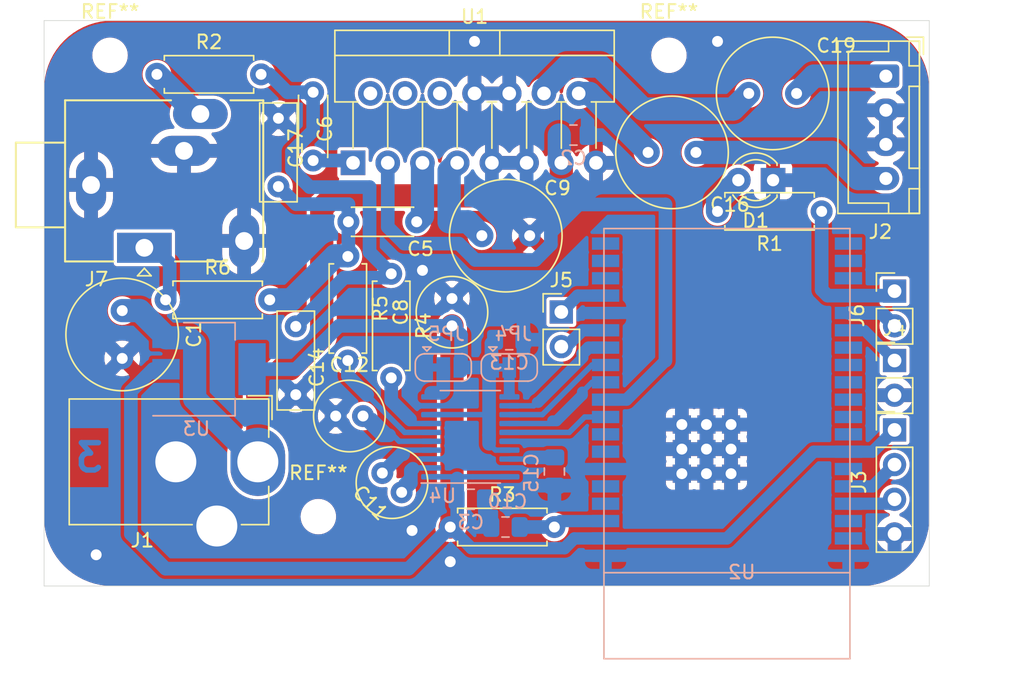
<source format=kicad_pcb>
(kicad_pcb (version 20211014) (generator pcbnew)
  (layers (0 "F.Cu" signal) (31 "B.Cu" signal) (34 "B.Paste" user) (35 "F.Paste" user) (36 "B.SilkS" user "B.Silkscreen") (37 "F.SilkS" user "F.Silkscreen") (38 "B.Mask" user) (39 "F.Mask" user) (44 "Edge.Cuts" user))
  (net 0 "")
  (net 1 "GND")
  (net 2 "+12V")
  (net 3 "Net-(C5-Pad1)")
  (net 4 "Net-(C6-Pad1)")
  (net 5 "+3V3")
  (net 6 "Net-(C10-Pad1)")
  (net 7 "Net-(C11-Pad2)")
  (net 8 "Net-(C11-Pad1)")
  (net 9 "Net-(C15-Pad1)")
  (net 10 "Net-(J3-Pad3)")
  (net 11 "Net-(J3-Pad2)")
  (net 12 "Net-(C9-Pad1)")
  (net 13 "Net-(C16-Pad1)")
  (net 14 "Net-(C19-Pad1)")
  (net 15 "Net-(D1-Pad2)")
  (net 16 "/PCM5100/OUTR")
  (net 17 "Net-(R4-Pad2)")
  (net 18 "Net-(R5-Pad2)")
  (net 19 "Net-(C12-Pad2)")
  (net 20 "Net-(JP4-Pad2)")
  (net 21 "Net-(JP5-Pad2)")
  (net 22 "Net-(J4-Pad1)")
  (net 23 "Net-(J6-Pad2)")
  (net 24 "Net-(J6-Pad1)")
  (net 25 "/TDA7496/ROUT")
  (net 26 "/TDA7496/LOUT")
  (net 27 "/PCM5100/OUTL")
  (net 28 "/ESP32/VOL")
  (net 30 "Net-(J5-Pad2)")
  (net 31 "Net-(J5-Pad1)")
  (net 53 "Net-(J7-PadT)")
  (net 54 "Net-(J7-PadR)")
  (net 55 "/ESP32/LRCK")
  (net 56 "/ESP32/DOUT")
  (net 57 "/ESP32/BCK")
  (net 58 "/ESP32/SCK")
  (footprint "Connector_JST:JST_XH_B4B-XH-A_1x04_P2.50mm_Vertical" (layer "F.Cu") (at 155.123 89.408 -90)
    (fp_text reference "J2" (at 11.4 0.4 180) (layer "F.SilkS"))
    (fp_text value "SPEAKER")
    (pad "1" thru_hole roundrect locked (at 0 0 270) (size 1.7 1.95) (drill 0.95) (layers *.Cu *.Mask) (roundrect_rratio 0.1470588235) (net 26 "/TDA7496/LOUT"))
    (pad "2" thru_hole oval locked (at 2.5 0 270) (size 1.7 1.95) (drill 0.95) (layers *.Cu *.Mask) (net 1 "GND"))
    (pad "3" thru_hole oval locked (at 5 0 270) (size 1.7 1.95) (drill 0.95) (layers *.Cu *.Mask) (net 1 "GND"))
    (pad "4" thru_hole oval locked (at 7.5 0 270) (size 1.7 1.95) (drill 0.95) (layers *.Cu *.Mask) (net 25 "/TDA7496/ROUT"))
  )
  (footprint "Capacitor_THT:C_Radial_D8.0mm_H11.5mm_P3.50mm" (layer "F.Cu") (at 145.09 90.678)
    (fp_text reference "C19" (at 6.4 -3.5) (layer "F.SilkS"))
    (fp_text value "470uF")
    (pad "1" thru_hole circle locked (at 0 0) (size 1.6 1.6) (drill 0.8) (layers *.Cu *.Mask) (net 14 "Net-(C19-Pad1)"))
    (pad "2" thru_hole circle locked (at 3.5 0) (size 1.6 1.6) (drill 0.8) (layers *.Cu *.Mask) (net 26 "/TDA7496/LOUT"))
  )
  (footprint "Resistor_THT:R_Axial_DIN0207_L6.3mm_D2.5mm_P7.62mm_Horizontal" (layer "F.Cu") (at 115.753 102.616 -90)
    (fp_text reference "R5" (at 3.81 -2.37 90) (layer "F.SilkS"))
    (fp_text value "470")
    (pad "1" thru_hole circle locked (at 0 0 270) (size 1.6 1.6) (drill 0.8) (layers *.Cu *.Mask) (net 27 "/PCM5100/OUTL"))
    (pad "2" thru_hole oval locked (at 7.62 0 270) (size 1.6 1.6) (drill 0.8) (layers *.Cu *.Mask) (net 18 "Net-(R5-Pad2)"))
  )
  (footprint "Resistor_THT:R_Axial_DIN0207_L6.3mm_D2.5mm_P7.62mm_Horizontal" (layer "F.Cu") (at 123.246 122.428)
    (fp_text reference "R3" (at 3.81 -2.37) (layer "F.SilkS"))
    (fp_text value "10k")
    (pad "1" thru_hole circle locked (at 0 0) (size 1.6 1.6) (drill 0.8) (layers *.Cu *.Mask) (net 5 "+3V3"))
    (pad "2" thru_hole oval locked (at 7.62 0) (size 1.6 1.6) (drill 0.8) (layers *.Cu *.Mask) (net 6 "Net-(C10-Pad1)"))
  )
  (footprint "Resistor_THT:R_Axial_DIN0207_L6.3mm_D2.5mm_P7.62mm_Horizontal" (layer "F.Cu") (at 150.424 99.314 180)
    (fp_text reference "R1" (at 3.81 -2.37) (layer "F.SilkS"))
    (fp_text value "470")
    (pad "1" thru_hole circle locked (at 0 0 180) (size 1.6 1.6) (drill 0.8) (layers *.Cu *.Mask) (net 24 "Net-(J6-Pad1)"))
    (pad "2" thru_hole oval locked (at 7.62 0 180) (size 1.6 1.6) (drill 0.8) (layers *.Cu *.Mask) (net 15 "Net-(D1-Pad2)"))
  )
  (footprint "LED_THT:LED_D3.0mm" (layer "F.Cu") (at 146.868 97.028 180)
    (fp_text reference "D1" (at 1.27 -2.96) (layer "F.SilkS"))
    (fp_text value "LED")
    (pad "1" thru_hole rect locked (at 0 0 180) (size 1.8 1.8) (drill 0.9) (layers *.Cu *.Mask) (net 1 "GND"))
    (pad "2" thru_hole circle locked (at 2.54 0 180) (size 1.8 1.8) (drill 0.9) (layers *.Cu *.Mask) (net 15 "Net-(D1-Pad2)"))
  )
  (footprint "Connector_PinHeader_2.54mm:PinHeader_1x04_P2.54mm_Vertical" (layer "F.Cu") (at 155.758 115.316)
    (fp_text reference "J3" (at -2.6 3.82 90) (layer "F.SilkS"))
    (fp_text value "UART")
    (pad "1" thru_hole rect locked (at 0 0) (size 1.7 1.7) (drill 1) (layers *.Cu *.Mask) (net 5 "+3V3"))
    (pad "2" thru_hole oval locked (at 0 2.54) (size 1.7 1.7) (drill 1) (layers *.Cu *.Mask) (net 11 "Net-(J3-Pad2)"))
    (pad "3" thru_hole oval locked (at 0 5.08) (size 1.7 1.7) (drill 1) (layers *.Cu *.Mask) (net 10 "Net-(J3-Pad3)"))
    (pad "4" thru_hole oval locked (at 0 7.62) (size 1.7 1.7) (drill 1) (layers *.Cu *.Mask) (net 1 "GND"))
  )
  (footprint "Connector_PinHeader_2.54mm:PinHeader_1x02_P2.54mm_Vertical" (layer "F.Cu") (at 155.758 110.236)
    (fp_text reference "J4" (at 0 -2.33) (layer "F.SilkS"))
    (fp_text value "BOOT_OPT")
    (pad "1" thru_hole rect locked (at 0 0) (size 1.7 1.7) (drill 1) (layers *.Cu *.Mask) (net 22 "Net-(J4-Pad1)"))
    (pad "2" thru_hole oval locked (at 0 2.54) (size 1.7 1.7) (drill 1) (layers *.Cu *.Mask) (net 1 "GND"))
  )
  (footprint "Capacitor_THT:C_Rect_L7.0mm_W2.5mm_P5.00mm" (layer "F.Cu") (at 110.673 97.496 90)
    (fp_text reference "C17" (at 2.802 1.264 90) (layer "F.SilkS"))
    (fp_text value "2.2nF")
    (pad "1" thru_hole circle locked (at 0 0 90) (size 1.6 1.6) (drill 0.8) (layers *.Cu *.Mask) (net 27 "/PCM5100/OUTL"))
    (pad "2" thru_hole circle locked (at 5 0 90) (size 1.6 1.6) (drill 0.8) (layers *.Cu *.Mask) (net 1 "GND"))
  )
  (footprint "Capacitor_THT:C_Disc_D4.3mm_W1.9mm_P5.00mm" (layer "F.Cu") (at 113.213 95.591 90)
    (fp_text reference "C6" (at 2.322 0.864 90) (layer "F.SilkS"))
    (fp_text value "0.47uF")
    (pad "1" thru_hole circle locked (at 0 0 90) (size 1.6 1.6) (drill 0.8) (layers *.Cu *.Mask) (net 4 "Net-(C6-Pad1)"))
    (pad "2" thru_hole circle locked (at 5 0 90) (size 1.6 1.6) (drill 0.8) (layers *.Cu *.Mask) (net 16 "/PCM5100/OUTR"))
  )
  (footprint "Capacitor_THT:C_Radial_D8.0mm_H11.5mm_P3.50mm" (layer "F.Cu") (at 99.243 106.581 -90)
    (fp_text reference "C1" (at 1.75 -5.25 90) (layer "F.SilkS"))
    (fp_text value "470uF x 16V")
    (pad "1" thru_hole circle locked (at 0 0 270) (size 1.6 1.6) (drill 0.8) (layers *.Cu *.Mask) (net 2 "+12V"))
    (pad "2" thru_hole circle locked (at 3.5 0 270) (size 1.6 1.6) (drill 0.8) (layers *.Cu *.Mask) (net 1 "GND"))
  )
  (footprint "Package_TO_SOT_THT:TO-220-15_P2.54x2.54mm_StaggerOdd_Lead4.58mm_Vertical" (layer "F.Cu") (at 116.134 95.758)
    (fp_text reference "U1" (at 8.89 -10.7) (layer "F.SilkS"))
    (fp_text value "TDA7496")
    (pad "1" thru_hole rect locked (at 0 0) (size 1.8 1.8) (drill 1) (layers *.Cu *.Mask) (net 4 "Net-(C6-Pad1)"))
    (pad "2" thru_hole oval locked (at 1.27 -5.08) (size 1.8 1.8) (drill 1) (layers *.Cu *.Mask))
    (pad "3" thru_hole oval locked (at 2.54 0) (size 1.8 1.8) (drill 1) (layers *.Cu *.Mask) (net 28 "/ESP32/VOL"))
    (pad "4" thru_hole oval locked (at 3.81 -5.08) (size 1.8 1.8) (drill 1) (layers *.Cu *.Mask))
    (pad "5" thru_hole oval locked (at 5.08 0) (size 1.8 1.8) (drill 1) (layers *.Cu *.Mask) (net 3 "Net-(C5-Pad1)"))
    (pad "6" thru_hole oval locked (at 6.35 -5.08) (size 1.8 1.8) (drill 1) (layers *.Cu *.Mask))
    (pad "7" thru_hole oval locked (at 7.62 0) (size 1.8 1.8) (drill 1) (layers *.Cu *.Mask) (net 12 "Net-(C9-Pad1)"))
    (pad "8" thru_hole oval locked (at 8.89 -5.08) (size 1.8 1.8) (drill 1) (layers *.Cu *.Mask) (net 1 "GND"))
    (pad "9" thru_hole oval locked (at 10.16 0) (size 1.8 1.8) (drill 1) (layers *.Cu *.Mask) (net 1 "GND"))
    (pad "10" thru_hole oval locked (at 11.43 -5.08) (size 1.8 1.8) (drill 1) (layers *.Cu *.Mask) (net 1 "GND"))
    (pad "11" thru_hole oval locked (at 12.7 0) (size 1.8 1.8) (drill 1) (layers *.Cu *.Mask) (net 1 "GND"))
    (pad "12" thru_hole oval locked (at 13.97 -5.08) (size 1.8 1.8) (drill 1) (layers *.Cu *.Mask) (net 14 "Net-(C19-Pad1)"))
    (pad "13" thru_hole oval locked (at 15.24 0) (size 1.8 1.8) (drill 1) (layers *.Cu *.Mask) (net 2 "+12V"))
    (pad "14" thru_hole oval locked (at 16.51 -5.08) (size 1.8 1.8) (drill 1) (layers *.Cu *.Mask) (net 13 "Net-(C16-Pad1)"))
    (pad "15" thru_hole oval locked (at 17.78 0) (size 1.8 1.8) (drill 1) (layers *.Cu *.Mask) (net 1 "GND"))
  )
  (footprint "Capacitor_THT:C_Disc_D4.3mm_W1.9mm_P5.00mm" (layer "F.Cu") (at 120.793 100.076 180)
    (fp_text reference "C5" (at -0.278 -1.986) (layer "F.SilkS"))
    (fp_text value "0.47uF")
    (pad "1" thru_hole circle locked (at 0 0 180) (size 1.6 1.6) (drill 0.8) (layers *.Cu *.Mask) (net 3 "Net-(C5-Pad1)"))
    (pad "2" thru_hole circle locked (at 5 0 180) (size 1.6 1.6) (drill 0.8) (layers *.Cu *.Mask) (net 27 "/PCM5100/OUTL"))
  )
  (footprint "MountingHole:MountingHole_2.1mm" (layer "F.Cu") (at 139.248 87.884)
    (fp_text reference "REF**" (at 0 -3.2) (layer "F.SilkS"))
    (fp_text value "MountingHole_2.1mm")
    (pad "" np_thru_hole circle locked (at 0 0) (size 2.1 2.1) (drill 2.1) (layers *.Cu *.Mask))
  )
  (footprint "Capacitor_THT:C_Radial_D5.0mm_H11.0mm_P2.00mm" (layer "F.Cu") (at 119.69 119.888 135)
    (fp_text reference "C11" (at 1.077631 -2.155261 135) (layer "F.SilkS"))
    (fp_text value "2.2u")
    (pad "1" thru_hole circle locked (at 0 0 135) (size 1.6 1.6) (drill 0.8) (layers *.Cu *.Mask) (net 8 "Net-(C11-Pad1)"))
    (pad "2" thru_hole circle locked (at 2 0 135) (size 1.6 1.6) (drill 0.8) (layers *.Cu *.Mask) (net 7 "Net-(C11-Pad2)"))
  )
  (footprint "Resistor_THT:R_Axial_DIN0207_L6.3mm_D2.5mm_P7.62mm_Horizontal" (layer "F.Cu") (at 118.928 103.886 -90)
    (fp_text reference "R4" (at 3.81 -2.37 90) (layer "F.SilkS"))
    (fp_text value "470")
    (pad "1" thru_hole circle locked (at 0 0 270) (size 1.6 1.6) (drill 0.8) (layers *.Cu *.Mask) (net 16 "/PCM5100/OUTR"))
    (pad "2" thru_hole oval locked (at 7.62 0 270) (size 1.6 1.6) (drill 0.8) (layers *.Cu *.Mask) (net 17 "Net-(R4-Pad2)"))
  )
  (footprint "Capacitor_THT:C_Radial_D5.0mm_H11.0mm_P2.00mm" (layer "F.Cu") (at 123.373 107.696 90)
    (fp_text reference "C8" (at 1 -3.75 90) (layer "F.SilkS"))
    (fp_text value "50uF")
    (pad "1" thru_hole circle locked (at 0 0 90) (size 1.6 1.6) (drill 0.8) (layers *.Cu *.Mask) (net 5 "+3V3"))
    (pad "2" thru_hole circle locked (at 2 0 90) (size 1.6 1.6) (drill 0.8) (layers *.Cu *.Mask) (net 1 "GND"))
  )
  (footprint "Capacitor_THT:C_Radial_D8.0mm_H11.5mm_P3.50mm" (layer "F.Cu") (at 137.724 94.996)
    (fp_text reference "C16" (at 5.986 3.822) (layer "F.SilkS"))
    (fp_text value "470uF")
    (pad "1" thru_hole circle locked (at 0 0) (size 1.6 1.6) (drill 0.8) (layers *.Cu *.Mask) (net 13 "Net-(C16-Pad1)"))
    (pad "2" thru_hole circle locked (at 3.5 0) (size 1.6 1.6) (drill 0.8) (layers *.Cu *.Mask) (net 25 "/TDA7496/ROUT"))
  )
  (footprint "Capacitor_THT:C_Rect_L7.0mm_W2.5mm_P5.00mm" (layer "F.Cu") (at 111.943 107.736 -90)
    (fp_text reference "C14" (at 3.002 -1.536 90) (layer "F.SilkS"))
    (fp_text value "2.2nF")
    (pad "1" thru_hole circle locked (at 0 0 270) (size 1.6 1.6) (drill 0.8) (layers *.Cu *.Mask) (net 16 "/PCM5100/OUTR"))
    (pad "2" thru_hole circle locked (at 5 0 270) (size 1.6 1.6) (drill 0.8) (layers *.Cu *.Mask) (net 1 "GND"))
  )
  (footprint "Capacitor_THT:C_Radial_D5.0mm_H11.0mm_P2.00mm" (layer "F.Cu") (at 114.864 114.3)
    (fp_text reference "C12" (at 1 -3.75) (layer "F.SilkS"))
    (fp_text value "2.2u")
    (pad "1" thru_hole circle locked (at 0 0) (size 1.6 1.6) (drill 0.8) (layers *.Cu *.Mask) (net 1 "GND"))
    (pad "2" thru_hole circle locked (at 2 0) (size 1.6 1.6) (drill 0.8) (layers *.Cu *.Mask) (net 19 "Net-(C12-Pad2)"))
  )
  (footprint "Connector_BarrelJack:BarrelJack_CUI_PJ-102AH_Horizontal" (layer "F.Cu") (at 109.1655 117.6535 -90)
    (fp_text reference "J1" (at 5.75 8.45) (layer "F.SilkS"))
    (fp_text value "12v")
    (pad "1" thru_hole roundrect locked (at 0 0 270) (size 5 4) (drill 3) (layers *.Cu *.Mask) (roundrect_rratio 0.5) (net 2 "+12V"))
    (pad "2" thru_hole roundrect locked (at 0 6 270) (size 5 4) (drill 3) (layers *.Cu *.Mask) (roundrect_rratio 0.5) (net 1 "GND"))
    (pad "3" thru_hole roundrect locked (at 4.7 3 270) (size 4 5) (drill 3) (layers *.Cu *.Mask) (roundrect_rratio 0.5) (net 1 "GND"))
  )
  (footprint "Connector_PinHeader_2.54mm:PinHeader_1x02_P2.54mm_Vertical" (layer "F.Cu") (at 131.374 106.68)
    (fp_text reference "J5" (at 0 -2.33) (layer "F.SilkS"))
    (fp_text value "Conn_01x02")
    (pad "1" thru_hole rect locked (at 0 0) (size 1.7 1.7) (drill 1) (layers *.Cu *.Mask) (net 31 "Net-(J5-Pad1)"))
    (pad "2" thru_hole oval locked (at 0 2.54) (size 1.7 1.7) (drill 1) (layers *.Cu *.Mask) (net 30 "Net-(J5-Pad2)"))
  )
  (footprint "Capacitor_THT:C_Radial_D8.0mm_H11.5mm_P3.50mm" (layer "F.Cu") (at 125.56 101.092)
    (fp_text reference "C9" (at 5.536 -3.478) (layer "F.SilkS"))
    (fp_text value "470uF")
    (pad "1" thru_hole circle locked (at 0 0) (size 1.6 1.6) (drill 0.8) (layers *.Cu *.Mask) (net 12 "Net-(C9-Pad1)"))
    (pad "2" thru_hole circle locked (at 3.5 0) (size 1.6 1.6) (drill 0.8) (layers *.Cu *.Mask) (net 1 "GND"))
  )
  (footprint "Connector_PinHeader_2.54mm:PinHeader_1x02_P2.54mm_Vertical" (layer "F.Cu") (at 155.758 105.156)
    (fp_text reference "J6" (at -2.7432 1.778 90) (layer "F.SilkS"))
    (fp_text value "EXTRA")
    (pad "1" thru_hole rect locked (at 0 0) (size 1.7 1.7) (drill 1) (layers *.Cu *.Mask) (net 24 "Net-(J6-Pad1)"))
    (pad "2" thru_hole oval locked (at 0 2.54) (size 1.7 1.7) (drill 1) (layers *.Cu *.Mask) (net 23 "Net-(J6-Pad2)"))
  )
  (footprint "MountingHole:MountingHole_2.1mm" (layer "F.Cu") (at 113.594 121.666)
    (fp_text reference "REF**" (at 0 -3.2) (layer "F.SilkS"))
    (fp_text value "MountingHole_2.1mm")
    (pad "" np_thru_hole circle locked (at 0 0) (size 2.1 2.1) (drill 2.1) (layers *.Cu *.Mask))
  )
  (footprint "MountingHole:MountingHole_2.1mm" (layer "F.Cu") (at 98.354 87.884)
    (fp_text reference "REF**" (at 0 -3.2) (layer "F.SilkS"))
    (fp_text value "MountingHole_2.1mm")
    (pad "" np_thru_hole circle locked (at 0 0) (size 2.1 2.1) (drill 2.1) (layers *.Cu *.Mask))
  )
  (footprint "Connector_Audio:Jack_3.5mm_Ledino_KB3SPRS_Horizontal" (layer "F.Cu") (at 100.863 101.981)
    (fp_text reference "J7" (at -3.5 2.3) (layer "F.SilkS"))
    (fp_text value "AudioJack3")
    (pad "R" thru_hole oval (at 4.1 -9.8) (size 4 2.2) (drill 1.3) (layers *.Cu *.Mask) (net 54 "Net-(J7-PadR)"))
    (pad "RN" thru_hole oval (at 2.9 -7.1) (size 4 2.2) (drill 1.3) (layers *.Cu *.Mask) (net 1 "GND"))
    (pad "S" thru_hole oval (at -3.9 -4.6) (size 2.2 4) (drill 1.3) (layers *.Cu *.Mask) (net 1 "GND"))
    (pad "T" thru_hole rect (at 0 0) (size 4 2.2) (drill 1.3) (layers *.Cu *.Mask) (net 53 "Net-(J7-PadT)"))
    (pad "TN" thru_hole oval (at 7.3 -0.5 90) (size 4 2.2) (drill 1.3) (layers *.Cu *.Mask) (net 1 "GND"))
  )
  (footprint "Resistor_THT:R_Axial_DIN0207_L6.3mm_D2.5mm_P7.62mm_Horizontal" (layer "F.Cu") (at 102.418 105.791)
    (fp_text reference "R6" (at 3.81 -2.37) (layer "F.SilkS"))
    (fp_text value "470")
    (pad "1" thru_hole circle (at 0 0) (size 1.6 1.6) (drill 0.8) (layers *.Cu *.Mask) (net 53 "Net-(J7-PadT)"))
    (pad "2" thru_hole oval (at 7.62 0) (size 1.6 1.6) (drill 0.8) (layers *.Cu *.Mask) (net 27 "/PCM5100/OUTL"))
  )
  (footprint "Resistor_THT:R_Axial_DIN0207_L6.3mm_D2.5mm_P7.62mm_Horizontal" (layer "F.Cu") (at 101.783 89.281)
    (fp_text reference "R2" (at 3.81 -2.37) (layer "F.SilkS"))
    (fp_text value "470")
    (pad "1" thru_hole circle (at 0 0) (size 1.6 1.6) (drill 0.8) (layers *.Cu *.Mask) (net 54 "Net-(J7-PadR)"))
    (pad "2" thru_hole oval (at 7.62 0) (size 1.6 1.6) (drill 0.8) (layers *.Cu *.Mask) (net 16 "/PCM5100/OUTR"))
  )
  (footprint "Capacitor_SMD:C_0805_2012Metric_Pad1.18x1.45mm_HandSolder" (layer "B.Cu") (at 130.866 118.364 -90)
    (fp_text reference "C15" (at 0.1 1.68 90) (layer "B.SilkS") (effects (justify mirror)))
    (fp_text value "0.1u")
    (pad "1" smd roundrect locked (at -1.0375 0 270) (size 1.175 1.45) (layers "B.Cu" "B.Paste" "B.Mask") (roundrect_rratio 0.2127659574) (net 9 "Net-(C15-Pad1)"))
    (pad "2" smd roundrect locked (at 1.0375 0 270) (size 1.175 1.45) (layers "B.Cu" "B.Paste" "B.Mask") (roundrect_rratio 0.2127659574) (net 1 "GND"))
  )
  (footprint "Package_SO:TSSOP-20_4.4x6.5mm_P0.65mm" (layer "B.Cu") (at 124.714 115.824)
    (fp_text reference "U4" (at -2.032 4.318) (layer "B.SilkS") (effects (justify mirror)))
    (fp_text value "PCM5100")
    (pad "1" smd roundrect locked (at -2.8625 2.925) (size 1.475 0.4) (layers "B.Cu" "B.Paste" "B.Mask") (net 5 "+3V3"))
    (pad "2" smd roundrect locked (at -2.8625 2.275) (size 1.475 0.4) (layers "B.Cu" "B.Paste" "B.Mask") (net 8 "Net-(C11-Pad1)"))
    (pad "3" smd roundrect locked (at -2.8625 1.625) (size 1.475 0.4) (layers "B.Cu" "B.Paste" "B.Mask") (net 1 "GND"))
    (pad "4" smd roundrect locked (at -2.8625 0.975) (size 1.475 0.4) (layers "B.Cu" "B.Paste" "B.Mask") (net 7 "Net-(C11-Pad2)"))
    (pad "5" smd roundrect locked (at -2.8625 0.325) (size 1.475 0.4) (layers "B.Cu" "B.Paste" "B.Mask") (net 19 "Net-(C12-Pad2)"))
    (pad "6" smd roundrect locked (at -2.8625 -0.325) (size 1.475 0.4) (layers "B.Cu" "B.Paste" "B.Mask") (net 18 "Net-(R5-Pad2)"))
    (pad "7" smd roundrect locked (at -2.8625 -0.975) (size 1.475 0.4) (layers "B.Cu" "B.Paste" "B.Mask") (net 17 "Net-(R4-Pad2)"))
    (pad "8" smd roundrect locked (at -2.8625 -1.625) (size 1.475 0.4) (layers "B.Cu" "B.Paste" "B.Mask") (net 5 "+3V3"))
    (pad "9" smd roundrect locked (at -2.8625 -2.275) (size 1.475 0.4) (layers "B.Cu" "B.Paste" "B.Mask") (net 1 "GND"))
    (pad "10" smd roundrect locked (at -2.8625 -2.925) (size 1.475 0.4) (layers "B.Cu" "B.Paste" "B.Mask") (net 21 "Net-(JP5-Pad2)"))
    (pad "11" smd roundrect locked (at 2.8625 -2.925) (size 1.475 0.4) (layers "B.Cu" "B.Paste" "B.Mask") (net 20 "Net-(JP4-Pad2)"))
    (pad "12" smd roundrect locked (at 2.8625 -2.275) (size 1.475 0.4) (layers "B.Cu" "B.Paste" "B.Mask") (net 58 "/ESP32/SCK"))
    (pad "13" smd roundrect locked (at 2.8625 -1.625) (size 1.475 0.4) (layers "B.Cu" "B.Paste" "B.Mask") (net 57 "/ESP32/BCK"))
    (pad "14" smd roundrect locked (at 2.8625 -0.975) (size 1.475 0.4) (layers "B.Cu" "B.Paste" "B.Mask") (net 56 "/ESP32/DOUT"))
    (pad "15" smd roundrect locked (at 2.8625 -0.325) (size 1.475 0.4) (layers "B.Cu" "B.Paste" "B.Mask") (net 55 "/ESP32/LRCK"))
    (pad "16" smd roundrect locked (at 2.8625 0.325) (size 1.475 0.4) (layers "B.Cu" "B.Paste" "B.Mask") (net 1 "GND"))
    (pad "17" smd roundrect locked (at 2.8625 0.975) (size 1.475 0.4) (layers "B.Cu" "B.Paste" "B.Mask") (net 5 "+3V3"))
    (pad "18" smd roundrect locked (at 2.8625 1.625) (size 1.475 0.4) (layers "B.Cu" "B.Paste" "B.Mask") (net 9 "Net-(C15-Pad1)"))
    (pad "19" smd roundrect locked (at 2.8625 2.275) (size 1.475 0.4) (layers "B.Cu" "B.Paste" "B.Mask") (net 1 "GND"))
    (pad "20" smd roundrect locked (at 2.8625 2.925) (size 1.475 0.4) (layers "B.Cu" "B.Paste" "B.Mask") (net 5 "+3V3"))
  )
  (footprint "Capacitor_SMD:C_0805_2012Metric_Pad1.18x1.45mm_HandSolder" (layer "B.Cu") (at 127.2885 122.428 180)
    (fp_text reference "C10" (at -0.146 1.872) (layer "B.SilkS") (effects (justify mirror)))
    (fp_text value "0.1u")
    (pad "1" smd roundrect locked (at -1.0375 0 180) (size 1.175 1.45) (layers "B.Cu" "B.Paste" "B.Mask") (roundrect_rratio 0.2127659574) (net 6 "Net-(C10-Pad1)"))
    (pad "2" smd roundrect locked (at 1.0375 0 180) (size 1.175 1.45) (layers "B.Cu" "B.Paste" "B.Mask") (roundrect_rratio 0.2127659574) (net 1 "GND"))
  )
  (footprint "esp32-wrover:ESP32-WROVER(EDIT)" (layer "B.Cu") (at 144.494 127.072)
    (fp_text reference "U2" (at 0.088 -1.342) (layer "B.SilkS") (effects (justify mirror)))
    (fp_text value "ESP32-WROVER_E" hide)
    (pad "1" smd rect locked (at -9.881 -2.54) (size 2 0.9) (layers "B.Cu" "B.Paste" "B.Mask") (net 1 "GND"))
    (pad "2" smd rect locked (at -9.881 -3.81) (size 2 0.9) (layers "B.Cu" "B.Paste" "B.Mask") (net 5 "+3V3"))
    (pad "3" smd rect locked (at -9.881 -5.08) (size 2 0.9) (layers "B.Cu" "B.Paste" "B.Mask") (net 6 "Net-(C10-Pad1)"))
    (pad "4" smd rect locked (at -9.881 -6.35) (size 2 0.9) (layers "B.Cu" "B.Paste" "B.Mask"))
    (pad "5" smd rect locked (at -9.881 -7.62) (size 2 0.9) (layers "B.Cu" "B.Paste" "B.Mask"))
    (pad "6" smd rect locked (at -9.881 -8.89) (size 2 0.9) (layers "B.Cu" "B.Paste" "B.Mask") (net 1 "GND"))
    (pad "7" smd rect locked (at -9.881 -10.16) (size 2 0.9) (layers "B.Cu" "B.Paste" "B.Mask"))
    (pad "8" smd rect locked (at -9.881 -11.43) (size 2 0.9) (layers "B.Cu" "B.Paste" "B.Mask"))
    (pad "9" smd rect locked (at -9.881 -12.7) (size 2 0.9) (layers "B.Cu" "B.Paste" "B.Mask") (net 55 "/ESP32/LRCK"))
    (pad "10" smd rect locked (at -9.881 -13.97) (size 2 0.9) (layers "B.Cu" "B.Paste" "B.Mask") (net 28 "/ESP32/VOL"))
    (pad "11" smd rect locked (at -9.881 -15.24) (size 2 0.9) (layers "B.Cu" "B.Paste" "B.Mask") (net 56 "/ESP32/DOUT"))
    (pad "12" smd rect locked (at -9.881 -16.51) (size 2 0.9) (layers "B.Cu" "B.Paste" "B.Mask") (net 57 "/ESP32/BCK"))
    (pad "13" smd rect locked (at -9.881 -17.78) (size 2 0.9) (layers "B.Cu" "B.Paste" "B.Mask") (net 58 "/ESP32/SCK"))
    (pad "14" smd rect locked (at -9.881 -19.05) (size 2 0.9) (layers "B.Cu" "B.Paste" "B.Mask") (net 30 "Net-(J5-Pad2)"))
    (pad "15" smd rect locked (at -9.881 -20.32) (size 2 0.9) (layers "B.Cu" "B.Paste" "B.Mask") (net 1 "GND"))
    (pad "16" smd rect locked (at -9.881 -21.59) (size 2 0.9) (layers "B.Cu" "B.Paste" "B.Mask") (net 31 "Net-(J5-Pad1)"))
    (pad "17" smd rect locked (at -9.881 -22.86) (size 2 0.9) (layers "B.Cu" "B.Paste" "B.Mask"))
    (pad "18" smd rect locked (at -9.881 -24.13) (size 2 0.9) (layers "B.Cu" "B.Paste" "B.Mask"))
    (pad "19" smd rect locked (at -9.881 -25.4) (size 2 0.9) (layers "B.Cu" "B.Paste" "B.Mask"))
    (pad "20" smd rect locked (at 7.891 -25.4) (size 2 0.9) (layers "B.Cu" "B.Paste" "B.Mask"))
    (pad "21" smd rect locked (at 7.891 -24.13) (size 2 0.9) (layers "B.Cu" "B.Paste" "B.Mask"))
    (pad "22" smd rect locked (at 7.891 -22.86) (size 2 0.9) (layers "B.Cu" "B.Paste" "B.Mask"))
    (pad "23" smd rect locked (at 7.891 -21.59) (size 2 0.9) (layers "B.Cu" "B.Paste" "B.Mask") (net 24 "Net-(J6-Pad1)"))
    (pad "24" smd rect locked (at 7.891 -20.32) (size 2 0.9) (layers "B.Cu" "B.Paste" "B.Mask") (net 23 "Net-(J6-Pad2)"))
    (pad "25" smd rect locked (at 7.891 -19.05) (size 2 0.9) (layers "B.Cu" "B.Paste" "B.Mask") (net 22 "Net-(J4-Pad1)"))
    (pad "26" smd rect locked (at 7.891 -17.78) (size 2 0.9) (layers "B.Cu" "B.Paste" "B.Mask"))
    (pad "27" smd rect locked (at 7.891 -16.51) (size 2 0.9) (layers "B.Cu" "B.Paste" "B.Mask"))
    (pad "28" smd rect locked (at 7.891 -15.24) (size 2 0.9) (layers "B.Cu" "B.Paste" "B.Mask"))
    (pad "29" smd rect locked (at 7.891 -13.97) (size 2 0.9) (layers "B.Cu" "B.Paste" "B.Mask"))
    (pad "30" smd rect locked (at 7.891 -12.7) (size 2 0.9) (layers "B.Cu" "B.Paste" "B.Mask"))
    (pad "31" smd rect locked (at 7.891 -11.43) (size 2 0.9) (layers "B.Cu" "B.Paste" "B.Mask"))
    (pad "32" smd rect locked (at 7.891 -10.16) (size 2 0.9) (layers "B.Cu" "B.Paste" "B.Mask"))
    (pad "33" smd rect locked (at 7.891 -8.89) (size 2 0.9) (layers "B.Cu" "B.Paste" "B.Mask"))
    (pad "34" smd rect locked (at 7.891 -7.62) (size 2 0.9) (layers "B.Cu" "B.Paste" "B.Mask") (net 11 "Net-(J3-Pad2)"))
    (pad "35" smd rect locked (at 7.891 -6.35) (size 2 0.9) (layers "B.Cu" "B.Paste" "B.Mask") (net 10 "Net-(J3-Pad3)"))
    (pad "36" smd rect locked (at 7.891 -5.08) (size 2 0.9) (layers "B.Cu" "B.Paste" "B.Mask"))
    (pad "37" smd rect locked (at 7.891 -3.81) (size 2 0.9) (layers "B.Cu" "B.Paste" "B.Mask"))
    (pad "38" smd rect locked (at 7.891 -2.54) (size 2 0.9) (layers "B.Cu" "B.Paste" "B.Mask") (net 1 "GND"))
    (pad "39" thru_hole rect locked (at -2.5 -12.15) (size 1.33 1.33) (drill 0.8) (layers *.Cu *.Mask) (net 1 "GND"))
    (pad "39" thru_hole rect locked (at -0.7 -8.55) (size 1.33 1.33) (drill 0.8) (layers *.Cu *.Mask) (net 1 "GND"))
    (pad "39" thru_hole rect locked (at -0.7 -12.15) (size 1.33 1.33) (drill 0.8) (layers *.Cu *.Mask) (net 1 "GND"))
    (pad "39" thru_hole rect locked (at -2.5 -10.35) (size 1.33 1.33) (drill 0.8) (layers *.Cu *.Mask) (net 1 "GND"))
    (pad "39" thru_hole rect locked (at -0.7 -10.35) (size 1.33 1.33) (drill 0.8) (layers *.Cu *.Mask) (net 1 "GND"))
    (pad "39" thru_hole rect locked (at -4.3 -10.35) (size 1.33 1.33) (drill 0.8) (layers *.Cu *.Mask) (net 1 "GND"))
    (pad "39" thru_hole rect locked (at -2.5 -8.55) (size 1.33 1.33) (drill 0.8) (layers *.Cu *.Mask) (net 1 "GND"))
    (pad "39" thru_hole rect locked (at -4.3 -12.15) (size 1.33 1.33) (drill 0.8) (layers *.Cu *.Mask) (net 1 "GND"))
    (pad "39" thru_hole rect locked (at -4.3 -8.55) (size 1.33 1.33) (drill 0.8) (layers *.Cu *.Mask) (net 1 "GND"))
  )
  (footprint "Package_TO_SOT_SMD:SOT-223-3_TabPin2" (layer "B.Cu") (at 105.593 110.871)
    (fp_text reference "U3" (at -0.917 4.358 180) (layer "B.SilkS") (effects (justify mirror)))
    (fp_text value "AP1117-33")
    (pad "1" smd rect locked (at -3.15 2.3) (size 2 1.5) (layers "B.Cu" "B.Paste" "B.Mask") (net 1 "GND"))
    (pad "2" smd rect locked (at 3.15 0) (size 2 3.8) (layers "B.Cu" "B.Paste" "B.Mask") (net 5 "+3V3"))
    (pad "2" smd rect locked (at -3.15 0) (size 2 1.5) (layers "B.Cu" "B.Paste" "B.Mask") (net 5 "+3V3"))
    (pad "3" smd rect locked (at -3.15 -2.3) (size 2 1.5) (layers "B.Cu" "B.Paste" "B.Mask") (net 2 "+12V"))
  )
  (footprint "Jumper:SolderJumper-3_P1.3mm_Bridged12_RoundedPad1.0x1.5mm" (layer "B.Cu") (at 122.738 110.744)
    (fp_text reference "JP5" (at 0.218 -2.458) (layer "B.SilkS") (effects (justify mirror)))
    (fp_text value "DEMP")
    (fp_poly (pts (xy -0.9 0.3) (xy -0.4 0.3) (xy -0.4 -0.3) (xy -0.9 -0.3)) (layer "B.Cu") (width 0) (fill solid))
    (pad "1" smd custom locked (at -1.3 0) (size 1 0.5) (layers "B.Cu" "B.Mask") (net 1 "GND") (options (clearance outline) (anchor rect)) (primitives (gr_circle (center 0 -0.25) (end 0.5 -0.25) (width 0) (fill yes)) (gr_circle (center 0 0.25) (end 0.5 0.25) (width 0) (fill yes)) (gr_poly (pts (xy 0.55 0.75) (xy 0 0.75) (xy 0 -0.75) (xy 0.55 -0.75)) (width 0) (fill yes))))
    (pad "2" smd rect locked (at 0 0) (size 1 1.5) (layers "B.Cu" "B.Mask") (net 21 "Net-(JP5-Pad2)"))
    (pad "3" smd custom locked (at 1.3 0) (size 1 0.5) (layers "B.Cu" "B.Mask") (net 5 "+3V3") (options (clearance outline) (anchor rect)) (primitives (gr_circle (center 0 -0.25) (end 0.5 -0.25) (width 0) (fill yes)) (gr_circle (center 0 0.25) (end 0.5 0.25) (width 0) (fill yes)) (gr_poly (pts (xy -0.55 0.75) (xy 0 0.75) (xy 0 -0.75) (xy -0.55 -0.75)) (width 0) (fill yes))))
  )
  (footprint "Capacitor_SMD:C_0805_2012Metric_Pad1.18x1.45mm_HandSolder" (layer "B.Cu") (at 127.564 108.712)
    (fp_text reference "C13" (at 0 1.68 180) (layer "B.SilkS") (effects (justify mirror)))
    (fp_text value "0.1u")
    (pad "1" smd roundrect locked (at -1.0375 0) (size 1.175 1.45) (layers "B.Cu" "B.Paste" "B.Mask") (roundrect_rratio 0.2127659574) (net 5 "+3V3"))
    (pad "2" smd roundrect locked (at 1.0375 0) (size 1.175 1.45) (layers "B.Cu" "B.Paste" "B.Mask") (roundrect_rratio 0.2127659574) (net 1 "GND"))
  )
  (footprint "Capacitor_SMD:C_0805_2012Metric_Pad1.18x1.45mm_HandSolder" (layer "B.Cu") (at 132.263 93.726)
    (fp_text reference "C2" (at 0 1.68 180) (layer "B.SilkS") (effects (justify mirror)))
    (fp_text value "0.1u")
    (pad "1" smd roundrect locked (at -1.0375 0) (size 1.175 1.45) (layers "B.Cu" "B.Paste" "B.Mask") (roundrect_rratio 0.2127659574) (net 2 "+12V"))
    (pad "2" smd roundrect locked (at 1.0375 0) (size 1.175 1.45) (layers "B.Cu" "B.Paste" "B.Mask") (roundrect_rratio 0.2127659574) (net 1 "GND"))
  )
  (footprint "Jumper:SolderJumper-3_P1.3mm_Bridged12_RoundedPad1.0x1.5mm" (layer "B.Cu") (at 127.564 110.744)
    (fp_text reference "JP4" (at 0.298 -2.458) (layer "B.SilkS") (effects (justify mirror)))
    (fp_text value "FLT")
    (fp_poly (pts (xy -0.9 0.3) (xy -0.4 0.3) (xy -0.4 -0.3) (xy -0.9 -0.3)) (layer "B.Cu") (width 0) (fill solid))
    (pad "1" smd custom locked (at -1.3 0) (size 1 0.5) (layers "B.Cu" "B.Mask") (net 5 "+3V3") (options (clearance outline) (anchor rect)) (primitives (gr_circle (center 0 -0.25) (end 0.5 -0.25) (width 0) (fill yes)) (gr_circle (center 0 0.25) (end 0.5 0.25) (width 0) (fill yes)) (gr_poly (pts (xy 0.55 0.75) (xy 0 0.75) (xy 0 -0.75) (xy 0.55 -0.75)) (width 0) (fill yes))))
    (pad "2" smd rect locked (at 0 0) (size 1 1.5) (layers "B.Cu" "B.Mask") (net 20 "Net-(JP4-Pad2)"))
    (pad "3" smd custom locked (at 1.3 0) (size 1 0.5) (layers "B.Cu" "B.Mask") (net 1 "GND") (options (clearance outline) (anchor rect)) (primitives (gr_circle (center 0 -0.25) (end 0.5 -0.25) (width 0) (fill yes)) (gr_circle (center 0 0.25) (end 0.5 0.25) (width 0) (fill yes)) (gr_poly (pts (xy -0.55 0.75) (xy 0 0.75) (xy 0 -0.75) (xy -0.55 -0.75)) (width 0) (fill yes))))
  )
  (footprint "Capacitor_SMD:C_0805_2012Metric_Pad1.18x1.45mm_HandSolder" (layer "B.Cu") (at 124.7485 120.396)
    (fp_text reference "C3" (at 0 1.68) (layer "B.SilkS") (effects (justify mirror)))
    (fp_text value "0.1u")
    (pad "1" smd roundrect locked (at -1.0375 0) (size 1.175 1.45) (layers "B.Cu" "B.Paste" "B.Mask") (roundrect_rratio 0.2127659574) (net 5 "+3V3"))
    (pad "2" smd roundrect locked (at 1.0375 0) (size 1.175 1.45) (layers "B.Cu" "B.Paste" "B.Mask") (roundrect_rratio 0.2127659574) (net 1 "GND"))
  )
  (gr_line (start 158.298 85.344) (end 158.298 126.746) (layer "Edge.Cuts") (width 0.05))
  (gr_line (start 93.528 126.746) (end 93.528 85.344) (layer "Edge.Cuts") (width 0.05))
  (gr_line (start 158.298 126.746) (end 93.528 126.746) (layer "Edge.Cuts") (width 0.05))
  (gr_line (start 93.528 85.344) (end 158.298 85.344) (layer "Edge.Cuts") (width 0.05))
  (gr_text "3" (at 96.83 117.348) (layer "B.Cu") (effects (font (size 2 2) (thickness 0.4)) (justify mirror)))
  (via (at 123.246 124.968) (size 1.6) (drill 0.8) (layers "F.Cu" "B.Cu") (net 1))
  (via (at 121.214 103.632) (size 1.6) (drill 0.8) (layers "F.Cu" "B.Cu") (net 1))
  (via (at 142.804 86.868) (size 1.6) (drill 0.8) (layers "F.Cu" "B.Cu") (net 1))
  (via (at 125.024 86.868) (size 1.6) (drill 0.8) (layers "F.Cu" "B.Cu") (net 1))
  (via (at 120.452 122.682) (size 1.6) (drill 0.8) (layers "F.Cu" "B.Cu") (net 1))
  (via (at 97.338 124.46) (size 1.6) (drill 0.8) (layers "F.Cu" "B.Cu") (net 1))
  (segment (start 125.786 120.396) (end 125.786 121.963) (width 1) (layer "B.Cu") (net 1))
  (segment (start 125.786 121.963) (end 126.251 122.428) (width 1) (layer "B.Cu") (net 1))
  (segment (start 114.731511 98.176489) (end 113.842511 99.065489) (width 1.7) (layer "F.Cu") (net 2))
  (segment (start 110.961511 110.836489) (end 109.1655 112.6325) (width 1.7) (layer "F.Cu") (net 2))
  (segment (start 131.374 95.758) (end 131.374 97.030792) (width 1.7) (layer "F.Cu") (net 2))
  (segment (start 130.228303 98.176489) (end 114.731511 98.176489) (width 1.7) (layer "F.Cu") (net 2))
  (segment (start 109.1655 112.6325) (end 109.1655 117.6535) (width 1.7) (layer "F.Cu") (net 2))
  (segment (start 131.374 97.030792) (end 130.228303 98.176489) (width 1.7) (layer "F.Cu") (net 2))
  (segment (start 113.842511 108.522804) (end 111.528826 110.836489) (width 1.7) (layer "F.Cu") (net 2))
  (segment (start 113.842511 99.065489) (end 113.842511 108.522804) (width 1.7) (layer "F.Cu") (net 2))
  (segment (start 111.528826 110.836489) (end 110.961511 110.836489) (width 1.7) (layer "F.Cu") (net 2))
  (segment (start 102.443 108.571) (end 104.092022 108.571) (width 1.7) (layer "B.Cu") (net 2))
  (segment (start 104.092022 108.571) (end 104.542511 109.021489) (width 1.7) (layer "B.Cu") (net 2))
  (segment (start 99.243 106.581) (end 100.521685 106.581) (width 1.7) (layer "B.Cu") (net 2))
  (segment (start 100.521685 106.581) (end 102.443 108.502315) (width 1.7) (layer "B.Cu") (net 2))
  (segment (start 102.443 108.502315) (end 102.443 108.571) (width 1.7) (layer "B.Cu") (net 2))
  (segment (start 131.2255 93.726) (end 131.2255 95.6095) (width 1.7) (layer "B.Cu") (net 2))
  (segment (start 104.542511 109.021489) (end 104.542511 113.030511) (width 1.7) (layer "B.Cu") (net 2))
  (segment (start 131.2255 95.6095) (end 131.374 95.758) (width 1.7) (layer "B.Cu") (net 2))
  (segment (start 104.542511 113.030511) (end 109.1655 117.6535) (width 1.7) (layer "B.Cu") (net 2))
  (segment (start 120.793 100.076) (end 121.214 99.655) (width 1.7) (layer "B.Cu") (net 3))
  (segment (start 121.214 99.655) (end 121.214 95.758) (width 1.7) (layer "B.Cu") (net 3))
  (segment (start 115.967 95.591) (end 116.134 95.758) (width 1) (layer "B.Cu") (net 4))
  (segment (start 113.213 95.591) (end 115.967 95.591) (width 1) (layer "B.Cu") (net 4))
  (segment (start 123.373 122.301) (end 123.246 122.428) (width 1.7) (layer "F.Cu") (net 5))
  (segment (start 123.373 107.696) (end 123.373 122.301) (width 1.7) (layer "F.Cu") (net 5))
  (segment (start 154.162 116.912) (end 152.385 116.912) (width 0.9) (layer "B.Cu") (net 5))
  (segment (start 123.373 107.696) (end 124.038 108.361) (width 1) (layer "B.Cu") (net 5))
  (segment (start 143.494 123.262) (end 134.613 123.262) (width 0.9) (layer "B.Cu") (net 5))
  (segment (start 121.8515 118.749) (end 124.893 118.749) (width 0.4) (layer "B.Cu") (net 5))
  (segment (start 99.878 112.486978) (end 99.878 122.936) (width 1) (layer "B.Cu") (net 5))
  (segment (start 152.385 116.912) (end 149.844 116.912) (width 0.9) (layer "B.Cu") (net 5))
  (segment (start 154.162 116.912) (end 155.758 115.316) (width 0.9) (layer "B.Cu") (net 5))
  (segment (start 102.418 125.476) (end 120.198 125.476) (width 1) (layer "B.Cu") (net 5))
  (segment (start 124.038 110.744) (end 126.264 110.744) (width 1) (layer "B.Cu") (net 5))
  (segment (start 102.443 110.871) (end 101.493978 110.871) (width 1) (layer "B.Cu") (net 5))
  (segment (start 124.796001 123.978001) (end 131.610001 123.978001) (width 0.9) (layer "B.Cu") (net 5))
  (segment (start 123.246 122.428) (end 123.754 121.92) (width 1) (layer "B.Cu") (net 5))
  (segment (start 131.610001 123.978001) (end 132.326002 123.262) (width 0.9) (layer "B.Cu") (net 5))
  (segment (start 149.844 116.912) (end 143.494 123.262) (width 0.9) (layer "B.Cu") (net 5))
  (segment (start 127.5765 116.799) (end 126.55599 116.799) (width 0.4) (layer "B.Cu") (net 5))
  (segment (start 121.8515 114.199) (end 125.887 114.199) (width 0.4) (layer "B.Cu") (net 5))
  (segment (start 126.55599 116.799) (end 126.08899 116.332) (width 0.4) (layer "B.Cu") (net 5))
  (segment (start 126.08899 110.15701) (end 126.08899 113.99701) (width 1) (layer "B.Cu") (net 5))
  (segment (start 111.943 110.871) (end 115.118 107.696) (width 1) (layer "B.Cu") (net 5))
  (segment (start 99.878 122.936) (end 102.418 125.476) (width 1) (layer "B.Cu") (net 5))
  (segment (start 126.264 108.9745) (end 126.264 109.982) (width 1) (layer "B.Cu") (net 5))
  (segment (start 126.5265 108.712) (end 126.264 108.9745) (width 1) (layer "B.Cu") (net 5))
  (segment (start 124.893 118.749) (end 127.5765 118.749) (width 0.4) (layer "B.Cu") (net 5))
  (segment (start 123.754 121.92) (end 123.754 118.872) (width 1) (layer "B.Cu") (net 5))
  (segment (start 101.493978 110.871) (end 99.878 112.486978) (width 1) (layer "B.Cu") (net 5))
  (segment (start 126.08899 113.99701) (end 126.08899 115.696912) (width 1) (layer "B.Cu") (net 5))
  (segment (start 115.118 107.696) (end 123.373 107.696) (width 1) (layer "B.Cu") (net 5))
  (segment (start 123.246 122.428) (end 124.796001 123.978001) (width 0.9) (layer "B.Cu") (net 5))
  (segment (start 124.038 108.361) (end 124.038 110.744) (width 1) (layer "B.Cu") (net 5))
  (segment (start 108.743 110.871) (end 111.943 110.871) (width 1) (layer "B.Cu") (net 5))
  (segment (start 126.08899 115.696912) (end 126.08899 116.332) (width 1) (layer "B.Cu") (net 5))
  (segment (start 120.198 125.476) (end 123.246 122.428) (width 1) (layer "B.Cu") (net 5))
  (segment (start 126.264 109.982) (end 126.08899 110.15701) (width 1) (layer "B.Cu") (net 5))
  (segment (start 132.326002 123.262) (end 134.613 123.262) (width 0.9) (layer "B.Cu") (net 5))
  (segment (start 126.08899 116.332) (end 126.294 116.332) (width 0.4) (layer "B.Cu") (net 5))
  (segment (start 125.887 114.199) (end 126.08899 113.99701) (width 0.4) (layer "B.Cu") (net 5))
  (segment (start 131.302 121.992) (end 130.866 122.428) (width 0.9) (layer "B.Cu") (net 6))
  (segment (start 134.613 121.992) (end 131.302 121.992) (width 0.9) (layer "B.Cu") (net 6))
  (segment (start 130.866 122.428) (end 128.326 122.428) (width 1) (layer "B.Cu") (net 6))
  (segment (start 119.650562 117.09901) (end 119.799786 117.09901) (width 1) (layer "B.Cu") (net 7))
  (segment (start 118.275786 118.473786) (end 119.650562 117.09901) (width 1) (layer "B.Cu") (net 7))
  (segment (start 121.8515 116.799) (end 119.950572 116.799) (width 0.4) (layer "B.Cu") (net 7))
  (segment (start 119.950572 116.799) (end 118.275786 118.473786) (width 0.4) (layer "B.Cu") (net 7))
  (segment (start 119.69 119.888) (end 120.36399 119.21401) (width 1) (layer "B.Cu") (net 8))
  (segment (start 121.8515 118.099) (end 120.717 118.099) (width 0.4) (layer "B.Cu") (net 8))
  (segment (start 120.36399 118.296912) (end 120.501451 118.159451) (width 1) (layer "B.Cu") (net 8))
  (segment (start 120.36399 119.21401) (end 120.36399 118.296912) (width 1) (layer "B.Cu") (net 8))
  (segment (start 120.717 118.099) (end 119.69 119.126) (width 0.4) (layer "B.Cu") (net 8))
  (segment (start 119.69 119.126) (end 119.69 119.888) (width 0.4) (layer "B.Cu") (net 8))
  (segment (start 130.866 117.3265) (end 129.0575 117.3265) (width 1) (layer "B.Cu") (net 9))
  (segment (start 127.5765 117.449) (end 128.935 117.449) (width 0.4) (layer "B.Cu") (net 9))
  (segment (start 155.432 120.722) (end 155.758 120.396) (width 0.9) (layer "B.Cu") (net 10))
  (segment (start 152.385 120.722) (end 155.432 120.722) (width 0.9) (layer "B.Cu") (net 10))
  (segment (start 152.385 119.452) (end 154.162 119.452) (width 0.9) (layer "B.Cu") (net 11))
  (segment (start 154.162 119.452) (end 155.758 117.856) (width 0.9) (layer "B.Cu") (net 11))
  (segment (start 123.754 95.758) (end 123.16352 96.34848) (width 1.7) (layer "B.Cu") (net 12))
  (segment (start 123.16352 100.075999) (end 124.544 100.076) (width 1.7) (layer "B.Cu") (net 12))
  (segment (start 124.544 100.076) (end 125.56 101.092) (width 1.7) (layer "B.Cu") (net 12))
  (segment (start 123.16352 96.34848) (end 123.16352 100.075999) (width 1.7) (layer "B.Cu") (net 12))
  (segment (start 132.644 90.678) (end 133.442962 90.678) (width 1.7) (layer "B.Cu") (net 13))
  (segment (start 133.442962 90.678) (end 137.724 94.959038) (width 1.7) (layer "B.Cu") (net 13))
  (segment (start 137.724 94.959038) (end 137.724 94.996) (width 1.7) (layer "B.Cu") (net 13))
  (segment (start 131.815774 88.678489) (end 134.200489 88.678489) (width 1.7) (layer "B.Cu") (net 14))
  (segment (start 130.104 90.678) (end 130.104 90.390263) (width 1.7) (layer "B.Cu") (net 14))
  (segment (start 143.947 91.821) (end 145.09 90.678) (width 1.7) (layer "B.Cu") (net 14))
  (segment (start 130.104 90.390263) (end 131.815774 88.678489) (width 1.7) (layer "B.Cu") (net 14))
  (segment (start 137.343 91.821) (end 143.947 91.821) (width 1.7) (layer "B.Cu") (net 14))
  (segment (start 134.200489 88.678489) (end 137.343 91.821) (width 1.7) (layer "B.Cu") (net 14))
  (segment (start 142.804 99.314) (end 142.804 98.552) (width 1.7) (layer "B.Cu") (net 15))
  (segment (start 142.804 98.552) (end 144.328 97.028) (width 1.7) (layer "B.Cu") (net 15))
  (segment (start 117.342511 97.536) (end 117.342511 102.300511) (width 1) (layer "B.Cu") (net 16))
  (segment (start 111.663489 94.94917) (end 111.663489 96.23283) (width 1) (layer "B.Cu") (net 16))
  (segment (start 113.213 90.591) (end 113.046 90.424) (width 1) (layer "B.Cu") (net 16))
  (segment (start 112.966659 97.536) (end 117.342511 97.536) (width 1) (layer "B.Cu") (net 16))
  (segment (start 118.648489 104.165511) (end 115.493969 104.165511) (width 1) (layer "B.Cu") (net 16))
  (segment (start 109.403 89.281) (end 110.019934 89.281) (width 1) (layer "B.Cu") (net 16))
  (segment (start 117.342511 102.300511) (end 118.928 103.886) (width 1) (layer "B.Cu") (net 16))
  (segment (start 113.213 93.399659) (end 111.663489 94.94917) (width 1) (layer "B.Cu") (net 16))
  (segment (start 118.928 103.886) (end 118.648489 104.165511) (width 1) (layer "B.Cu") (net 16))
  (segment (start 111.663489 96.23283) (end 112.966659 97.536) (width 1) (layer "B.Cu") (net 16))
  (segment (start 113.213 90.591) (end 113.213 93.399659) (width 1) (layer "B.Cu") (net 16))
  (segment (start 110.019934 89.281) (end 111.329934 90.591) (width 1) (layer "B.Cu") (net 16))
  (segment (start 115.493969 104.165511) (end 111.943 107.71648) (width 1) (layer "B.Cu") (net 16))
  (segment (start 111.329934 90.591) (end 113.213 90.591) (width 1) (layer "B.Cu") (net 16))
  (segment (start 120.239 114.849) (end 118.928 113.538) (width 0.4) (layer "B.Cu") (net 17))
  (segment (start 118.928 113.170482) (end 120.306508 114.54899) (width 1) (layer "B.Cu") (net 17))
  (segment (start 118.928 113.538) (end 118.928 111.506) (width 0.4) (layer "B.Cu") (net 17))
  (segment (start 118.928 111.506) (end 118.928 113.170482) (width 1) (layer "B.Cu") (net 17))
  (segment (start 121.8515 114.849) (end 120.239 114.849) (width 0.4) (layer "B.Cu") (net 17))
  (segment (start 119.913002 115.499) (end 117.170001 112.755999) (width 0.4) (layer "B.Cu") (net 18))
  (segment (start 115.753 111.338998) (end 117.170001 112.755999) (width 1) (layer "B.Cu") (net 18))
  (segment (start 115.753 110.236) (end 115.753 111.338998) (width 1) (layer "B.Cu") (net 18))
  (segment (start 121.8515 115.499) (end 119.913002 115.499) (width 0.4) (layer "B.Cu") (net 18))
  (segment (start 118.277757 115.713757) (end 118.784243 115.713757) (width 1) (layer "B.Cu") (net 19))
  (segment (start 116.864 114.3) (end 118.277757 115.713757) (width 1) (layer "B.Cu") (net 19))
  (segment (start 119.507 116.149) (end 121.8515 116.149) (width 0.4) (layer "B.Cu") (net 19))
  (segment (start 117.658 114.3) (end 119.507 116.149) (width 0.4) (layer "B.Cu") (net 19))
  (segment (start 116.864 114.3) (end 117.658 114.3) (width 0.4) (layer "B.Cu") (net 19))
  (segment (start 127.564 112.68649) (end 127.5765 112.69899) (width 0.8) (layer "B.Cu") (net 20))
  (segment (start 127.564 110.744) (end 127.564 112.68649) (width 0.8) (layer "B.Cu") (net 20))
  (segment (start 122.63301 112.59899) (end 121.8515 112.59899) (width 1) (layer "B.Cu") (net 21))
  (segment (start 122.738 110.744) (end 122.738 112.494) (width 1) (layer "B.Cu") (net 21))
  (segment (start 122.738 112.494) (end 122.63301 112.59899) (width 1) (layer "B.Cu") (net 21))
  (segment (start 152.385 108.022) (end 153.544 108.022) (width 0.8) (layer "B.Cu") (net 22))
  (segment (start 153.544 108.022) (end 155.758 110.236) (width 0.8) (layer "B.Cu") (net 22))
  (segment (start 152.385 106.752) (end 154.814 106.752) (width 1) (layer "B.Cu") (net 23))
  (segment (start 154.814 106.752) (end 155.758 107.696) (width 1) (layer "B.Cu") (net 23))
  (segment (start 155.432 105.482) (end 152.385 105.482) (width 1) (layer "B.Cu") (net 24))
  (segment (start 155.758 105.156) (end 155.432 105.482) (width 1) (layer "B.Cu") (net 24))
  (segment (start 150.854998 105.482) (end 152.385 105.482) (width 1) (layer "B.Cu") (net 24))
  (segment (start 150.424 105.051002) (end 150.854998 105.482) (width 1) (layer "B.Cu") (net 24))
  (segment (start 150.424 99.314) (end 150.424 105.051002) (width 1) (layer "B.Cu") (net 24))
  (segment (start 151.186 94.996) (end 153.098 96.908) (width 1.7) (layer "B.Cu") (net 25))
  (segment (start 141.224 94.996) (end 151.186 94.996) (width 1.7) (layer "B.Cu") (net 25))
  (segment (start 153.098 96.908) (end 155.123 96.908) (width 1.7) (layer "B.Cu") (net 25))
  (segment (start 148.59 90.678) (end 149.86 89.408) (width 1.7) (layer "B.Cu") (net 26))
  (segment (start 149.86 89.408) (end 155.123 89.408) (width 1.7) (layer "B.Cu") (net 26))
  (segment (start 111.96252 98.78552) (end 110.673 97.496) (width 1) (layer "B.Cu") (net 27))
  (segment (start 115.793 100.076) (end 115.793 98.78552) (width 1) (layer "B.Cu") (net 27))
  (segment (start 111.606418 105.791) (end 114.831426 102.565992) (width 1.7) (layer "B.Cu") (net 27))
  (segment (start 114.831426 102.565992) (end 115.753 102.565992) (width 1.7) (layer "B.Cu") (net 27))
  (segment (start 110.038 105.791) (end 111.606418 105.791) (width 1.7) (layer "B.Cu") (net 27))
  (segment (start 115.793 102.576) (end 115.793 100.076) (width 1) (layer "B.Cu") (net 27))
  (segment (start 115.753 102.616) (end 115.793 102.576) (width 1) (layer "B.Cu") (net 27))
  (segment (start 115.793 98.78552) (end 111.96252 98.78552) (width 1) (layer "B.Cu") (net 27))
  (segment (start 119.892519 101.675519) (end 123.881457 101.675519) (width 1) (layer "B.Cu") (net 28))
  (segment (start 134.613 113.102) (end 136.143002 113.102) (width 0.9) (layer "B.Cu") (net 28))
  (segment (start 118.674 100.457) (end 119.892519 101.675519) (width 1) (layer "B.Cu") (net 28))
  (segment (start 125.075938 102.87) (end 129.473341 102.87) (width 1) (layer "B.Cu") (net 28))
  (segment (start 130.609511 100.332489) (end 132.136 98.806) (width 1) (layer "B.Cu") (net 28))
  (segment (start 123.881457 101.675519) (end 125.075938 102.87) (width 1) (layer "B.Cu") (net 28))
  (segment (start 118.674 95.758) (end 118.674 100.457) (width 1) (layer "B.Cu") (net 28))
  (segment (start 129.473341 102.87) (end 130.609511 101.73383) (width 1) (layer "B.Cu") (net 28))
  (segment (start 130.609511 101.73383) (end 130.609511 100.332489) (width 1) (layer "B.Cu") (net 28))
  (segment (start 138.994 98.806) (end 138.994 110.251002) (width 1) (layer "B.Cu") (net 28))
  (segment (start 132.136 98.806) (end 138.994 98.806) (width 1) (layer "B.Cu") (net 28))
  (segment (start 136.143002 113.102) (end 138.994 110.251002) (width 0.9) (layer "B.Cu") (net 28))
  (segment (start 131.725511 109.22) (end 131.374 109.22) (width 0.9) (layer "B.Cu") (net 30))
  (segment (start 132.923511 108.022) (end 131.725511 109.22) (width 0.9) (layer "B.Cu") (net 30))
  (segment (start 134.613 108.022) (end 132.923511 108.022) (width 0.9) (layer "B.Cu") (net 30))
  (segment (start 132.572 105.482) (end 131.374 106.68) (width 0.9) (layer "B.Cu") (net 31))
  (segment (start 134.613 105.482) (end 132.572 105.482) (width 0.9) (layer "B.Cu") (net 31))
  (segment (start 100.863 101.981) (end 101.577 101.981) (width 1) (layer "B.Cu") (net 53))
  (segment (start 102.717991 103.121991) (end 102.717991 105.491009) (width 1) (layer "B.Cu") (net 53))
  (segment (start 102.717991 105.491009) (end 102.418 105.791) (width 1) (layer "B.Cu") (net 53))
  (segment (start 101.577 101.981) (end 102.717991 103.121991) (width 1) (layer "B.Cu") (net 53))
  (segment (start 104.683 92.181) (end 101.783 89.281) (width 1.7) (layer "B.Cu") (net 54))
  (segment (start 104.963 92.181) (end 104.683 92.181) (width 1.7) (layer "B.Cu") (net 54))
  (segment (start 133.08 114.372) (end 134.613 114.372) (width 0.4) (layer "B.Cu") (net 55))
  (segment (start 127.5765 115.499) (end 131.953 115.499) (width 0.4) (layer "B.Cu") (net 55))
  (segment (start 131.953 115.499) (end 133.08 114.372) (width 0.4) (layer "B.Cu") (net 55))
  (segment (start 133.622998 111.832) (end 134.613 111.832) (width 0.4) (layer "B.Cu") (net 56))
  (segment (start 132.915499 112.539499) (end 132.915499 112.758501) (width 0.8) (layer "B.Cu") (net 56))
  (segment (start 127.5765 114.849) (end 130.605998 114.849) (width 0.4) (layer "B.Cu") (net 56))
  (segment (start 132.915499 112.758501) (end 131.02501 114.64899) (width 0.8) (layer "B.Cu") (net 56))
  (segment (start 132.915499 112.539499) (end 133.622998 111.832) (width 0.4) (layer "B.Cu") (net 56))
  (segment (start 131.02501 114.64899) (end 130.738103 114.64899) (width 0.8) (layer "B.Cu") (net 56))
  (segment (start 133.622998 110.562) (end 134.613 110.562) (width 0.4) (layer "B.Cu") (net 57))
  (segment (start 129.985998 114.199) (end 133.622998 110.562) (width 0.4) (layer "B.Cu") (net 57))
  (segment (start 127.5765 114.199) (end 129.985998 114.199) (width 0.4) (layer "B.Cu") (net 57))
  (segment (start 129.613499 113.301499) (end 129.681405 113.301499) (width 0.8) (layer "B.Cu") (net 58))
  (segment (start 133.366988 109.292) (end 132.913489 109.745499) (width 0.9) (layer "B.Cu") (net 58))
  (segment (start 129.365998 113.549) (end 129.613499 113.301499) (width 0.4) (layer "B.Cu") (net 58))
  (segment (start 134.613 109.292) (end 133.366988 109.292) (width 0.9) (layer "B.Cu") (net 58))
  (segment (start 127.5765 113.549) (end 129.365998 113.549) (width 0.4) (layer "B.Cu") (net 58))
  (segment (start 129.681405 113.301499) (end 132.962999 110.019905) (width 0.8) (layer "B.Cu") (net 58))
  (zone (net 1) (net_name "GND") (layer "F.Cu") (connect_pads (clearance 0)) (min_thickness 0.254) (fill yes (thermal_gap 0.508) (thermal_bridge_width 1) (smoothing fillet) (radius 5))
    (polygon (pts (xy 158.298 126.746) (xy 93.528 126.746) (xy 93.528 85.344) (xy 158.298 85.344)))
  )
  (zone (net 1) (net_name "GND") (layer "B.Cu") (connect_pads (clearance 0)) (min_thickness 0.254) (fill yes (thermal_gap 0.508) (thermal_bridge_width 1) (smoothing fillet) (radius 5))
    (polygon (pts (xy 158.298 126.746) (xy 93.528 126.746) (xy 93.528 85.471) (xy 158.298 85.471)))
  )
)
</source>
